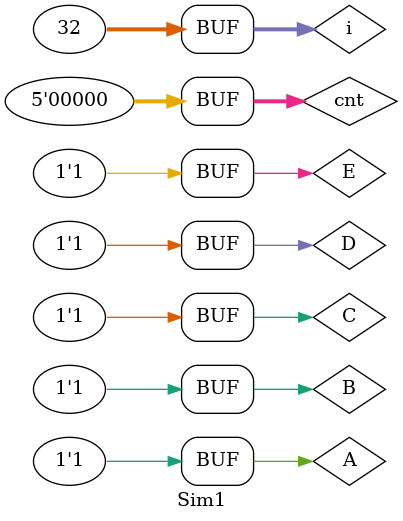
<source format=v>
`timescale 1ns / 1ps


module Sim1();
    parameter NUM_INP = 5;
    reg A, B, C, D, E;
    reg[NUM_INP-1:0] cnt; 
    wire F;
    integer i;
    Part_1 UUT(.A(A), .B(B), .C(C), .D(D), .E(E), .F(F));
    initial begin
        cnt = 0;
        for(i = 0; i < 2**NUM_INP; i = i + 1) begin
            A = cnt[4];
            B = cnt[3];
            C = cnt[2];
            D = cnt[1];
            E = cnt[0];
            cnt = cnt + 1;
            #10;
        end
    end
endmodule

</source>
